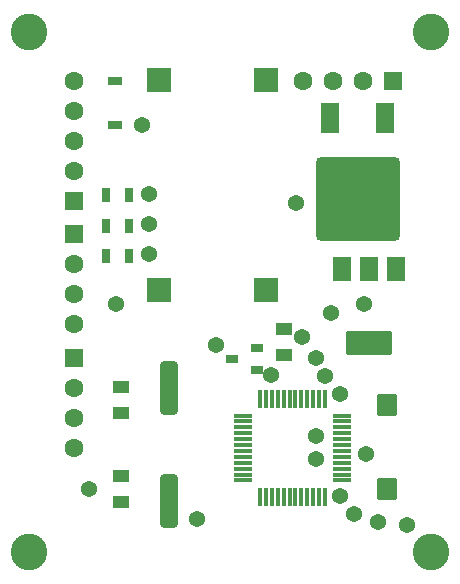
<source format=gts>
G04*
G04 #@! TF.GenerationSoftware,Altium Limited,Altium Designer,22.7.1 (60)*
G04*
G04 Layer_Color=8388736*
%FSAX44Y44*%
%MOMM*%
G71*
G04*
G04 #@! TF.SameCoordinates,EF1B45EE-5991-4E0F-B012-367B3C428A9F*
G04*
G04*
G04 #@! TF.FilePolarity,Negative*
G04*
G01*
G75*
G04:AMPARAMS|DCode=15|XSize=4.6mm|YSize=1.6mm|CornerRadius=0.425mm|HoleSize=0mm|Usage=FLASHONLY|Rotation=90.000|XOffset=0mm|YOffset=0mm|HoleType=Round|Shape=RoundedRectangle|*
%AMROUNDEDRECTD15*
21,1,4.6000,0.7500,0,0,90.0*
21,1,3.7500,1.6000,0,0,90.0*
1,1,0.8500,0.3750,1.8750*
1,1,0.8500,0.3750,-1.8750*
1,1,0.8500,-0.3750,-1.8750*
1,1,0.8500,-0.3750,1.8750*
%
%ADD15ROUNDEDRECTD15*%
%ADD16R,2.1000X2.1000*%
G04:AMPARAMS|DCode=17|XSize=1.6mm|YSize=2.1mm|CornerRadius=0.2mm|HoleSize=0mm|Usage=FLASHONLY|Rotation=180.000|XOffset=0mm|YOffset=0mm|HoleType=Round|Shape=RoundedRectangle|*
%AMROUNDEDRECTD17*
21,1,1.6000,1.7000,0,0,180.0*
21,1,1.2000,2.1000,0,0,180.0*
1,1,0.4000,-0.6000,0.8500*
1,1,0.4000,0.6000,0.8500*
1,1,0.4000,0.6000,-0.8500*
1,1,0.4000,-0.6000,-0.8500*
%
%ADD17ROUNDEDRECTD17*%
G04:AMPARAMS|DCode=18|XSize=3.9mm|YSize=2.1mm|CornerRadius=0.25mm|HoleSize=0mm|Usage=FLASHONLY|Rotation=180.000|XOffset=0mm|YOffset=0mm|HoleType=Round|Shape=RoundedRectangle|*
%AMROUNDEDRECTD18*
21,1,3.9000,1.6000,0,0,180.0*
21,1,3.4000,2.1000,0,0,180.0*
1,1,0.5000,-1.7000,0.8000*
1,1,0.5000,1.7000,0.8000*
1,1,0.5000,1.7000,-0.8000*
1,1,0.5000,-1.7000,-0.8000*
%
%ADD18ROUNDEDRECTD18*%
G04:AMPARAMS|DCode=19|XSize=0.38mm|YSize=1.54mm|CornerRadius=0.085mm|HoleSize=0mm|Usage=FLASHONLY|Rotation=0.000|XOffset=0mm|YOffset=0mm|HoleType=Round|Shape=RoundedRectangle|*
%AMROUNDEDRECTD19*
21,1,0.3800,1.3700,0,0,0.0*
21,1,0.2100,1.5400,0,0,0.0*
1,1,0.1700,0.1050,-0.6850*
1,1,0.1700,-0.1050,-0.6850*
1,1,0.1700,-0.1050,0.6850*
1,1,0.1700,0.1050,0.6850*
%
%ADD19ROUNDEDRECTD19*%
G04:AMPARAMS|DCode=20|XSize=1.54mm|YSize=0.38mm|CornerRadius=0.085mm|HoleSize=0mm|Usage=FLASHONLY|Rotation=0.000|XOffset=0mm|YOffset=0mm|HoleType=Round|Shape=RoundedRectangle|*
%AMROUNDEDRECTD20*
21,1,1.5400,0.2100,0,0,0.0*
21,1,1.3700,0.3800,0,0,0.0*
1,1,0.1700,0.6850,-0.1050*
1,1,0.1700,-0.6850,-0.1050*
1,1,0.1700,-0.6850,0.1050*
1,1,0.1700,0.6850,0.1050*
%
%ADD20ROUNDEDRECTD20*%
G04:AMPARAMS|DCode=21|XSize=7.1mm|YSize=7.1mm|CornerRadius=0.4mm|HoleSize=0mm|Usage=FLASHONLY|Rotation=180.000|XOffset=0mm|YOffset=0mm|HoleType=Round|Shape=RoundedRectangle|*
%AMROUNDEDRECTD21*
21,1,7.1000,6.3000,0,0,180.0*
21,1,6.3000,7.1000,0,0,180.0*
1,1,0.8000,-3.1500,3.1500*
1,1,0.8000,3.1500,3.1500*
1,1,0.8000,3.1500,-3.1500*
1,1,0.8000,-3.1500,-3.1500*
%
%ADD21ROUNDEDRECTD21*%
G04:AMPARAMS|DCode=22|XSize=1.6mm|YSize=2.6mm|CornerRadius=0.2mm|HoleSize=0mm|Usage=FLASHONLY|Rotation=180.000|XOffset=0mm|YOffset=0mm|HoleType=Round|Shape=RoundedRectangle|*
%AMROUNDEDRECTD22*
21,1,1.6000,2.2000,0,0,180.0*
21,1,1.2000,2.6000,0,0,180.0*
1,1,0.4000,-0.6000,1.1000*
1,1,0.4000,0.6000,1.1000*
1,1,0.4000,0.6000,-1.1000*
1,1,0.4000,-0.6000,-1.1000*
%
%ADD22ROUNDEDRECTD22*%
%ADD23R,1.0000X0.8000*%
%ADD24R,0.8000X1.2000*%
%ADD25R,1.4000X1.0000*%
G04:AMPARAMS|DCode=26|XSize=1.7mm|YSize=1.9mm|CornerRadius=0.21mm|HoleSize=0mm|Usage=FLASHONLY|Rotation=0.000|XOffset=0mm|YOffset=0mm|HoleType=Round|Shape=RoundedRectangle|*
%AMROUNDEDRECTD26*
21,1,1.7000,1.4800,0,0,0.0*
21,1,1.2800,1.9000,0,0,0.0*
1,1,0.4200,0.6400,-0.7400*
1,1,0.4200,-0.6400,-0.7400*
1,1,0.4200,-0.6400,0.7400*
1,1,0.4200,0.6400,0.7400*
%
%ADD26ROUNDEDRECTD26*%
%ADD27R,1.3000X0.8000*%
%ADD28C,1.6000*%
%ADD29R,1.6000X1.6000*%
%ADD30R,1.6000X1.6000*%
%ADD31C,1.3700*%
%ADD32C,3.1000*%
D15*
X00937960Y00613300D02*
D03*
Y00708300D02*
D03*
D16*
X00930200Y00791910D02*
D03*
Y00969710D02*
D03*
X01020370Y00791910D02*
D03*
Y00969710D02*
D03*
D17*
X01130440Y00809760D02*
D03*
X01107440D02*
D03*
X01084440D02*
D03*
D18*
X01107440Y00746760D02*
D03*
D19*
X01015370Y00616010D02*
D03*
X01020370D02*
D03*
X01025370D02*
D03*
X01030370D02*
D03*
X01035370D02*
D03*
X01040370D02*
D03*
X01045370D02*
D03*
X01050370D02*
D03*
X01055370D02*
D03*
X01060370D02*
D03*
X01065370D02*
D03*
X01070370D02*
D03*
Y00699710D02*
D03*
X01065370D02*
D03*
X01060370D02*
D03*
X01055370D02*
D03*
X01050370D02*
D03*
X01045370D02*
D03*
X01040370D02*
D03*
X01035370D02*
D03*
X01030370D02*
D03*
X01025370D02*
D03*
X01020370D02*
D03*
X01015370D02*
D03*
D20*
X01001020Y00685360D02*
D03*
Y00680360D02*
D03*
Y00675360D02*
D03*
Y00670360D02*
D03*
Y00665360D02*
D03*
Y00660360D02*
D03*
Y00655360D02*
D03*
Y00650360D02*
D03*
Y00645360D02*
D03*
Y00640360D02*
D03*
Y00635360D02*
D03*
Y00630360D02*
D03*
X01084720D02*
D03*
Y00635360D02*
D03*
Y00640360D02*
D03*
Y00645360D02*
D03*
Y00650360D02*
D03*
Y00655360D02*
D03*
Y00660360D02*
D03*
Y00665360D02*
D03*
Y00670360D02*
D03*
Y00675360D02*
D03*
Y00680360D02*
D03*
Y00685360D02*
D03*
D21*
X01097960Y00868300D02*
D03*
D22*
X01074960Y00937300D02*
D03*
X01120960D02*
D03*
D23*
X00991960Y00733300D02*
D03*
X01012960Y00742800D02*
D03*
Y00723800D02*
D03*
D24*
X00904120Y00871710D02*
D03*
X00884620D02*
D03*
X00904120Y00845710D02*
D03*
X00884620D02*
D03*
X00904120Y00820710D02*
D03*
X00884620D02*
D03*
D25*
X00897960Y00634300D02*
D03*
Y00612300D02*
D03*
Y00687300D02*
D03*
Y00709300D02*
D03*
X01035370Y00758710D02*
D03*
Y00736710D02*
D03*
D26*
X01122960Y00694550D02*
D03*
Y00623300D02*
D03*
D27*
X00892960Y00931300D02*
D03*
Y00968300D02*
D03*
D28*
X01052160D02*
D03*
X01077560D02*
D03*
X01102960D02*
D03*
X00857960Y00762500D02*
D03*
Y00787900D02*
D03*
Y00813300D02*
D03*
Y00657900D02*
D03*
Y00683300D02*
D03*
Y00708700D02*
D03*
Y00968700D02*
D03*
Y00943300D02*
D03*
Y00917900D02*
D03*
Y00892500D02*
D03*
D29*
X01128360Y00968300D02*
D03*
D30*
X00857960Y00838700D02*
D03*
Y00734100D02*
D03*
Y00867100D02*
D03*
D31*
X01051000Y00752000D02*
D03*
X01063000Y00734000D02*
D03*
X01115000Y00594870D02*
D03*
X00962000Y00598000D02*
D03*
X01046000Y00865000D02*
D03*
X01095000Y00602000D02*
D03*
X01140000Y00593000D02*
D03*
X01104900Y00652780D02*
D03*
X01083350Y00617570D02*
D03*
X01082960Y00703300D02*
D03*
X01070460Y00718970D02*
D03*
X01075690Y00772160D02*
D03*
X01103630Y00779780D02*
D03*
X00870460Y00623300D02*
D03*
X00915210Y00931050D02*
D03*
X01062960Y00648300D02*
D03*
Y00668300D02*
D03*
X00978370Y00744710D02*
D03*
X01024598Y00719938D02*
D03*
X00893370Y00779710D02*
D03*
X00921370Y00821710D02*
D03*
Y00847710D02*
D03*
Y00872710D02*
D03*
D32*
X01160000Y01010000D02*
D03*
Y00570000D02*
D03*
X00820000D02*
D03*
Y01010000D02*
D03*
M02*

</source>
